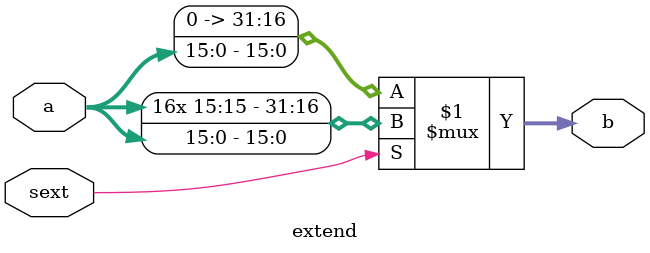
<source format=v>
module extend #(parameter WIDTH = 16)(
input [WIDTH-1:0] a,
input sext, //sext 有效是高电平为符号扩展，否则为 0 扩展
output [31:0] b
);
assign b=sext? {{(32-WIDTH){a[WIDTH-1]}},a} : {{(32-
WIDTH){1'b0}},a};
endmodule
</source>
